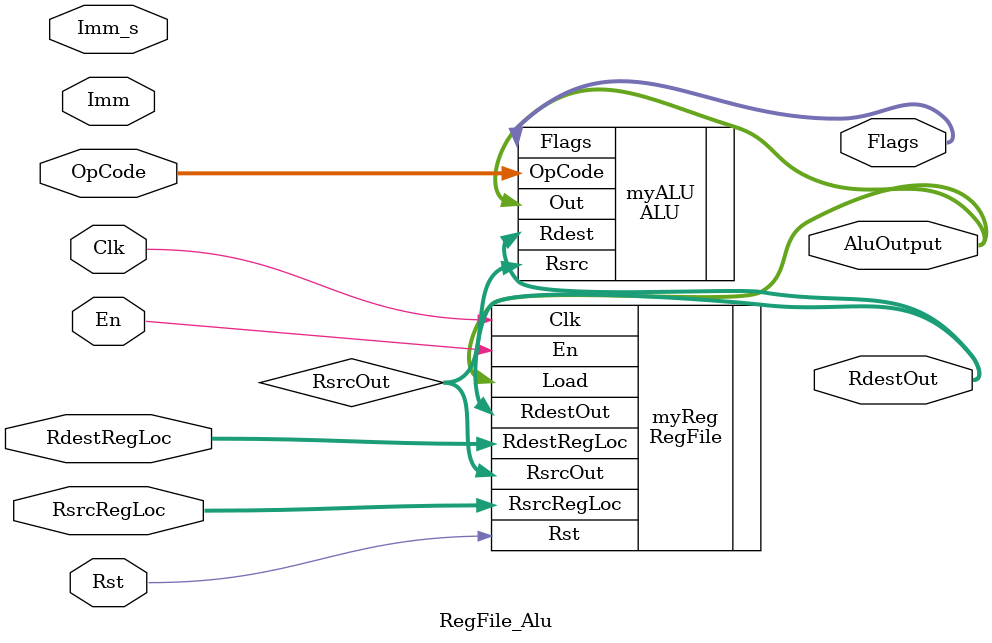
<source format=v>
module RegFile_Alu (RdestRegLoc, RsrcRegLoc, Clk, En, Rst, Imm,Imm_s, OpCode, AluOutput, RdestOut, Flags);

	input [3:0] RdestRegLoc, RsrcRegLoc;
	input Clk, En, Rst, Imm_s; //Imm_s is 1 when we want to use the Imm value, else its 0 if we want to use RegSrc
	input [15:0] Imm; //the 16 bit immediate value
	
	output [15:0] AluOutput, RdestOut; //feeds in to Reg load and is outputed from the ALU
	
	input [4:0] OpCode;
	output [4:0] Flags;
	
	wire [15:0] RdestOut, RsrcOut;
	reg [15:0] RsrcAlu;
	
	RegFile myReg(
		.RdestRegLoc(RdestRegLoc), 
		.RsrcRegLoc(RsrcRegLoc), 
		.Clk(Clk), 
		.En(En), 
		.Rst(Rst), 
		.Load(AluOutput), 
		.RdestOut(RdestOut), 
		.RsrcOut(RsrcOut)
	);
	
	ALU myALU(
		.Rsrc(RsrcOut), 
		.Rdest(RdestOut), 
		.OpCode(OpCode), 
		.Flags(Flags), 
		.Out(AluOutput)
	);
	
	always @(Imm_s) begin
		if (~Imm_s)
			RsrcAlu <= RsrcOut;
		
		else begin
			RsrcAlu <= Imm;
		end
	end
	
endmodule 

</source>
